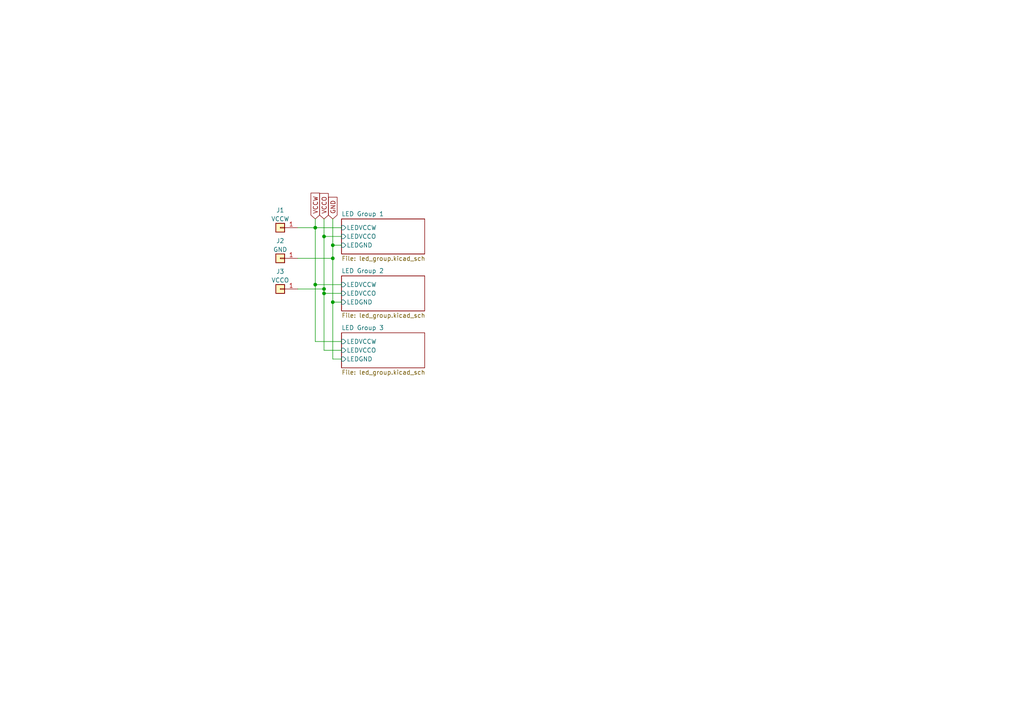
<source format=kicad_sch>
(kicad_sch (version 20230121) (generator eeschema)
  (paper "A4")
  (title_block (title "Combined DRL and turn indicator ring light") (date "2023-07-18") (rev "1.0") (company "xatLabs") (comment 1 "Julian Metzler"))
  (lib_symbols
    (symbol "Connector_Generic:Conn_01x01" (pin_names (offset 1.016) hide)
      (property "Reference" "J" (at 0 2.54 0))
      (property "Value" "Conn_01x01" (at 0 -2.54 0))
      (symbol "Conn_01x01_1_1"
        (rectangle (start -1.27 0.127) (end 0 -0.127) (stroke (width 0.1524)))
        (rectangle (start -1.27 1.27) (end 1.27 -1.27) (stroke (width 0.254)) (fill (type background)))
        (pin passive line (at -5.08 0 0) (length 3.81) (name "Pin_1") (number "1"))
      )
    )
  )
  (junction (at 96.52 87.63))
  (junction (at 91.44 82.55))
  (junction (at 91.44 66.04))
  (junction (at 96.52 74.93))
  (junction (at 96.52 71.12))
  (junction (at 93.98 85.09))
  (junction (at 93.98 68.58))
  (junction (at 93.98 83.82))
  (wire (pts (xy 93.98 63.5) (xy 93.98 68.58)))
  (wire (pts (xy 91.44 82.55) (xy 91.44 99.06)))
  (wire (pts (xy 93.98 85.09) (xy 93.98 101.6)))
  (wire (pts (xy 93.98 83.82) (xy 93.98 85.09)))
  (wire (pts (xy 86.36 83.82) (xy 93.98 83.82)))
  (wire (pts (xy 93.98 68.58) (xy 93.98 83.82)))
  (wire (pts (xy 93.98 85.09) (xy 99.06 85.09)))
  (wire (pts (xy 96.52 87.63) (xy 96.52 104.14)))
  (wire (pts (xy 91.44 63.5) (xy 91.44 66.04)))
  (wire (pts (xy 86.36 74.93) (xy 96.52 74.93)))
  (wire (pts (xy 91.44 66.04) (xy 91.44 82.55)))
  (wire (pts (xy 96.52 63.5) (xy 96.52 71.12)))
  (wire (pts (xy 96.52 71.12) (xy 96.52 74.93)))
  (wire (pts (xy 93.98 101.6) (xy 99.06 101.6)))
  (wire (pts (xy 99.06 66.04) (xy 91.44 66.04)))
  (wire (pts (xy 96.52 104.14) (xy 99.06 104.14)))
  (wire (pts (xy 86.36 66.04) (xy 91.44 66.04)))
  (wire (pts (xy 96.52 87.63) (xy 99.06 87.63)))
  (wire (pts (xy 99.06 71.12) (xy 96.52 71.12)))
  (wire (pts (xy 91.44 99.06) (xy 99.06 99.06)))
  (wire (pts (xy 96.52 74.93) (xy 96.52 87.63)))
  (wire (pts (xy 91.44 82.55) (xy 99.06 82.55)))
  (wire (pts (xy 99.06 68.58) (xy 93.98 68.58)))
  (global_label "GND" (shape input) (at 96.52 63.5 90) (property "Intersheetrefs" "${INTERSHEET_REFS}" (effects hide)))
  (global_label "VCCO" (shape input) (at 93.98 63.5 90) (property "Intersheetrefs" "${INTERSHEET_REFS}" (effects hide)))
  (global_label "VCCW" (shape input) (at 91.44 63.5 90) (property "Intersheetrefs" "${INTERSHEET_REFS}" (effects hide)))
  (symbol (lib_id "Connector_Generic:Conn_01x01") (at 81.28 83.82 0) (mirror y) (unit 1)
    (property "Reference" "J3" (at 81.28 78.74 0))
    (property "Value" "VCCO" (at 81.28 81.28 0))
    (property "Footprint" "TestPoint:TestPoint_Pad_1.5x1.5mm" (effects hide))
  )
  (symbol (lib_id "Connector_Generic:Conn_01x01") (at 81.28 74.93 0) (mirror y) (unit 1)
    (property "Reference" "J2" (at 81.28 69.85 0))
    (property "Value" "GND" (at 81.28 72.39 0))
    (property "Footprint" "TestPoint:TestPoint_Pad_1.5x1.5mm" (effects hide))
  )
  (symbol (lib_id "Connector_Generic:Conn_01x01") (at 81.28 66.04 0) (mirror y) (unit 1)
    (property "Reference" "J1" (at 81.28 60.96 0))
    (property "Value" "VCCW" (at 81.28 63.5 0))
    (property "Footprint" "TestPoint:TestPoint_Pad_1.5x1.5mm" (effects hide))
  )
  (sheet (at 99.06 63.5) (size 24.13 10.16) (stroke (width 0.1524))
    (property "Sheetname" "LED Group 1" (at 99.06 62.7884 0) (effects (justify left bottom)))
    (property "Sheetfile" "led_group.kicad_sch" (at 99.06 74.2446 0) (effects (justify left top)))
    (pin "LEDVCCO" input (at 99.06 68.58 180))
    (pin "LEDVCCW" input (at 99.06 66.04 180))
    (pin "LEDGND" input (at 99.06 71.12 180))
  )
  (sheet (at 99.06 96.52) (size 24.13 10.16) (stroke (width 0.1524))
    (property "Sheetname" "LED Group 3" (at 99.06 95.8084 0) (effects (justify left bottom)))
    (property "Sheetfile" "led_group.kicad_sch" (at 99.06 107.2646 0) (effects (justify left top)))
    (pin "LEDVCCO" input (at 99.06 101.6 180))
    (pin "LEDVCCW" input (at 99.06 99.06 180))
    (pin "LEDGND" input (at 99.06 104.14 180))
  )
  (sheet (at 99.06 80.01) (size 24.13 10.16) (stroke (width 0.1524))
    (property "Sheetname" "LED Group 2" (at 99.06 79.2984 0) (effects (justify left bottom)))
    (property "Sheetfile" "led_group.kicad_sch" (at 99.06 90.7546 0) (effects (justify left top)))
    (pin "LEDVCCO" input (at 99.06 85.09 180))
    (pin "LEDVCCW" input (at 99.06 82.55 180))
    (pin "LEDGND" input (at 99.06 87.63 180))
  )
)
</source>
